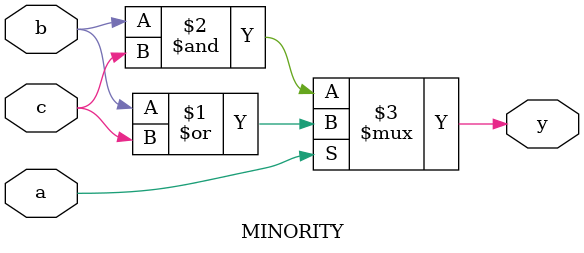
<source format=v>
module MINORITY(input wire a, b, c, output wire y);
assign y = a ? (b | c) : (b & c);
endmodule

</source>
